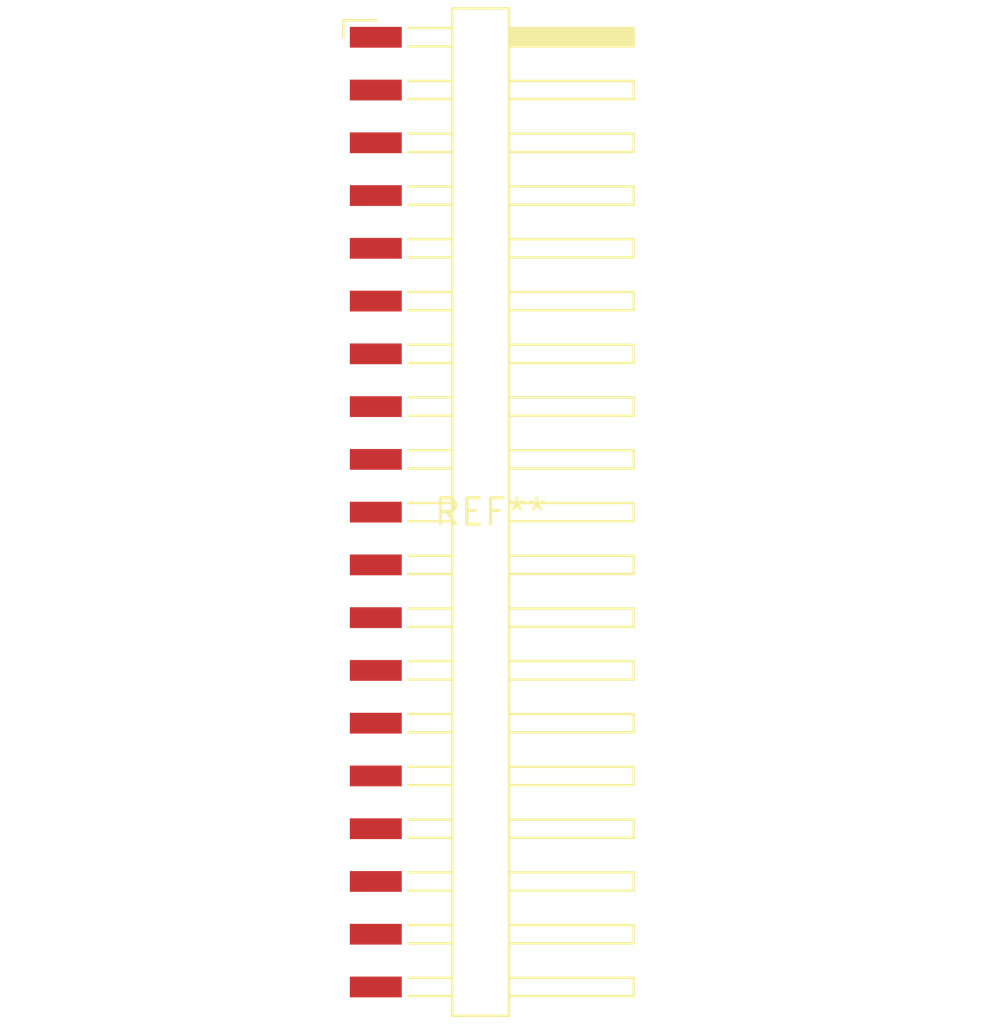
<source format=kicad_pcb>
(kicad_pcb (version 20240108) (generator pcbnew)
  (layers (0 "F.Cu" signal) (31 "B.Cu" signal) (34 "B.Paste" user) (35 "F.Paste" user) (36 "B.SilkS" user "B.Silkscreen") (37 "F.SilkS" user "F.Silkscreen") (38 "B.Mask" user) (39 "F.Mask" user) (44 "Edge.Cuts" user))
  (net 0 "")
  (footprint "Harwin_M20-89019xx_1x19_P2.54mm_Horizontal" (layer "F.Cu") (at 0 0)
    (property "Reference" "REF**")
    (property "Value" "Harwin_M20-89019xx_1x19_P2.54mm_Horizontal")
    (fp_line (start -7.095 -23.68) (end -5.525 -23.68) (layer "F.SilkS") (stroke (width 0.12)))
    (fp_line (start -7.095 -22.86) (end -7.095 -23.68) (layer "F.SilkS") (stroke (width 0.12)))
    (fp_line (start -3.955 -23.3) (end -1.845 -23.3) (layer "F.SilkS") (stroke (width 0.12)))
    (fp_line (start -3.955 -22.42) (end -1.845 -22.42) (layer "F.SilkS") (stroke (width 0.12)))
    (fp_line (start -3.955 -20.76) (end -1.845 -20.76) (layer "F.SilkS") (stroke (width 0.12)))
    (fp_line (start -3.955 -19.88) (end -1.845 -19.88) (layer "F.SilkS") (stroke (width 0.12)))
    (fp_line (start -3.955 -18.22) (end -1.845 -18.22) (layer "F.SilkS") (stroke (width 0.12)))
    (fp_line (start -3.955 -17.34) (end -1.845 -17.34) (layer "F.SilkS") (stroke (width 0.12)))
    (fp_line (start -3.955 -15.68) (end -1.845 -15.68) (layer "F.SilkS") (stroke (width 0.12)))
    (fp_line (start -3.955 -14.8) (end -1.845 -14.8) (layer "F.SilkS") (stroke (width 0.12)))
    (fp_line (start -3.955 -13.14) (end -1.845 -13.14) (layer "F.SilkS") (stroke (width 0.12)))
    (fp_line (start -3.955 -12.26) (end -1.845 -12.26) (layer "F.SilkS") (stroke (width 0.12)))
    (fp_line (start -3.955 -10.6) (end -1.845 -10.6) (layer "F.SilkS") (stroke (width 0.12)))
    (fp_line (start -3.955 -9.72) (end -1.845 -9.72) (layer "F.SilkS") (stroke (width 0.12)))
    (fp_line (start -3.955 -8.06) (end -1.845 -8.06) (layer "F.SilkS") (stroke (width 0.12)))
    (fp_line (start -3.955 -7.18) (end -1.845 -7.18) (layer "F.SilkS") (stroke (width 0.12)))
    (fp_line (start -3.955 -5.52) (end -1.845 -5.52) (layer "F.SilkS") (stroke (width 0.12)))
    (fp_line (start -3.955 -4.64) (end -1.845 -4.64) (layer "F.SilkS") (stroke (width 0.12)))
    (fp_line (start -3.955 -2.98) (end -1.845 -2.98) (layer "F.SilkS") (stroke (width 0.12)))
    (fp_line (start -3.955 -2.1) (end -1.845 -2.1) (layer "F.SilkS") (stroke (width 0.12)))
    (fp_line (start -3.955 -0.44) (end -1.845 -0.44) (layer "F.SilkS") (stroke (width 0.12)))
    (fp_line (start -3.955 0.44) (end -1.845 0.44) (layer "F.SilkS") (stroke (width 0.12)))
    (fp_line (start -3.955 2.1) (end -1.845 2.1) (layer "F.SilkS") (stroke (width 0.12)))
    (fp_line (start -3.955 2.98) (end -1.845 2.98) (layer "F.SilkS") (stroke (width 0.12)))
    (fp_line (start -3.955 4.64) (end -1.845 4.64) (layer "F.SilkS") (stroke (width 0.12)))
    (fp_line (start -3.955 5.52) (end -1.845 5.52) (layer "F.SilkS") (stroke (width 0.12)))
    (fp_line (start -3.955 7.18) (end -1.845 7.18) (layer "F.SilkS") (stroke (width 0.12)))
    (fp_line (start -3.955 8.06) (end -1.845 8.06) (layer "F.SilkS") (stroke (width 0.12)))
    (fp_line (start -3.955 9.72) (end -1.845 9.72) (layer "F.SilkS") (stroke (width 0.12)))
    (fp_line (start -3.955 10.6) (end -1.845 10.6) (layer "F.SilkS") (stroke (width 0.12)))
    (fp_line (start -3.955 12.26) (end -1.845 12.26) (layer "F.SilkS") (stroke (width 0.12)))
    (fp_line (start -3.955 13.14) (end -1.845 13.14) (layer "F.SilkS") (stroke (width 0.12)))
    (fp_line (start -3.955 14.8) (end -1.845 14.8) (layer "F.SilkS") (stroke (width 0.12)))
    (fp_line (start -3.955 15.68) (end -1.845 15.68) (layer "F.SilkS") (stroke (width 0.12)))
    (fp_line (start -3.955 17.34) (end -1.845 17.34) (layer "F.SilkS") (stroke (width 0.12)))
    (fp_line (start -3.955 18.22) (end -1.845 18.22) (layer "F.SilkS") (stroke (width 0.12)))
    (fp_line (start -3.955 19.88) (end -1.845 19.88) (layer "F.SilkS") (stroke (width 0.12)))
    (fp_line (start -3.955 20.76) (end -1.845 20.76) (layer "F.SilkS") (stroke (width 0.12)))
    (fp_line (start -3.955 22.42) (end -1.845 22.42) (layer "F.SilkS") (stroke (width 0.12)))
    (fp_line (start -3.955 23.3) (end -1.845 23.3) (layer "F.SilkS") (stroke (width 0.12)))
    (fp_line (start -1.845 -24.25) (end 0.895 -24.25) (layer "F.SilkS") (stroke (width 0.12)))
    (fp_line (start -1.845 24.25) (end -1.845 -24.25) (layer "F.SilkS") (stroke (width 0.12)))
    (fp_line (start 0.895 -24.25) (end 0.895 24.25) (layer "F.SilkS") (stroke (width 0.12)))
    (fp_line (start 0.895 -23.3) (end 6.895 -23.3) (layer "F.SilkS") (stroke (width 0.12)))
    (fp_line (start 0.895 -20.76) (end 6.895 -20.76) (layer "F.SilkS") (stroke (width 0.12)))
    (fp_line (start 0.895 -18.22) (end 6.895 -18.22) (layer "F.SilkS") (stroke (width 0.12)))
    (fp_line (start 0.895 -15.68) (end 6.895 -15.68) (layer "F.SilkS") (stroke (width 0.12)))
    (fp_line (start 0.895 -13.14) (end 6.895 -13.14) (layer "F.SilkS") (stroke (width 0.12)))
    (fp_line (start 0.895 -10.6) (end 6.895 -10.6) (layer "F.SilkS") (stroke (width 0.12)))
    (fp_line (start 0.895 -8.06) (end 6.895 -8.06) (layer "F.SilkS") (stroke (width 0.12)))
    (fp_line (start 0.895 -5.52) (end 6.895 -5.52) (layer "F.SilkS") (stroke (width 0.12)))
    (fp_line (start 0.895 -2.98) (end 6.895 -2.98) (layer "F.SilkS") (stroke (width 0.12)))
    (fp_line (start 0.895 -0.44) (end 6.895 -0.44) (layer "F.SilkS") (stroke (width 0.12)))
    (fp_line (start 0.895 2.1) (end 6.895 2.1) (layer "F.SilkS") (stroke (width 0.12)))
    (fp_line (start 0.895 4.64) (end 6.895 4.64) (layer "F.SilkS") (stroke (width 0.12)))
    (fp_line (start 0.895 7.18) (end 6.895 7.18) (layer "F.SilkS") (stroke (width 0.12)))
    (fp_line (start 0.895 9.72) (end 6.895 9.72) (layer "F.SilkS") (stroke (width 0.12)))
    (fp_line (start 0.895 12.26) (end 6.895 12.26) (layer "F.SilkS") (stroke (width 0.12)))
    (fp_line (start 0.895 14.8) (end 6.895 14.8) (layer "F.SilkS") (stroke (width 0.12)))
    (fp_line (start 0.895 17.34) (end 6.895 17.34) (layer "F.SilkS") (stroke (width 0.12)))
    (fp_line (start 0.895 19.88) (end 6.895 19.88) (layer "F.SilkS") (stroke (width 0.12)))
    (fp_line (start 0.895 22.42) (end 6.895 22.42) (layer "F.SilkS") (stroke (width 0.12)))
    (fp_line (start 0.895 24.25) (end -1.845 24.25) (layer "F.SilkS") (stroke (width 0.12)))
    (fp_line (start 6.895 -23.3) (end 6.895 -22.42) (layer "F.SilkS") (stroke (width 0.12)))
    (fp_line (start 6.895 -22.42) (end 0.895 -22.42) (layer "F.SilkS") (stroke (width 0.12)))
    (fp_line (start 6.895 -20.76) (end 6.895 -19.88) (layer "F.SilkS") (stroke (width 0.12)))
    (fp_line (start 6.895 -19.88) (end 0.895 -19.88) (layer "F.SilkS") (stroke (width 0.12)))
    (fp_line (start 6.895 -18.22) (end 6.895 -17.34) (layer "F.SilkS") (stroke (width 0.12)))
    (fp_line (start 6.895 -17.34) (end 0.895 -17.34) (layer "F.SilkS") (stroke (width 0.12)))
    (fp_line (start 6.895 -15.68) (end 6.895 -14.8) (layer "F.SilkS") (stroke (width 0.12)))
    (fp_line (start 6.895 -14.8) (end 0.895 -14.8) (layer "F.SilkS") (stroke (width 0.12)))
    (fp_line (start 6.895 -13.14) (end 6.895 -12.26) (layer "F.SilkS") (stroke (width 0.12)))
    (fp_line (start 6.895 -12.26) (end 0.895 -12.26) (layer "F.SilkS") (stroke (width 0.12)))
    (fp_line (start 6.895 -10.6) (end 6.895 -9.72) (layer "F.SilkS") (stroke (width 0.12)))
    (fp_line (start 6.895 -9.72) (end 0.895 -9.72) (layer "F.SilkS") (stroke (width 0.12)))
    (fp_line (start 6.895 -8.06) (end 6.895 -7.18) (layer "F.SilkS") (stroke (width 0.12)))
    (fp_line (start 6.895 -7.18) (end 0.895 -7.18) (layer "F.SilkS") (stroke (width 0.12)))
    (fp_line (start 6.895 -5.52) (end 6.895 -4.64) (layer "F.SilkS") (stroke (width 0.12)))
    (fp_line (start 6.895 -4.64) (end 0.895 -4.64) (layer "F.SilkS") (stroke (width 0.12)))
    (fp_line (start 6.895 -2.98) (end 6.895 -2.1) (layer "F.SilkS") (stroke (width 0.12)))
    (fp_line (start 6.895 -2.1) (end 0.895 -2.1) (layer "F.SilkS") (stroke (width 0.12)))
    (fp_line (start 6.895 -0.44) (end 6.895 0.44) (layer "F.SilkS") (stroke (width 0.12)))
    (fp_line (start 6.895 0.44) (end 0.895 0.44) (layer "F.SilkS") (stroke (width 0.12)))
    (fp_line (start 6.895 2.1) (end 6.895 2.98) (layer "F.SilkS") (stroke (width 0.12)))
    (fp_line (start 6.895 2.98) (end 0.895 2.98) (layer "F.SilkS") (stroke (width 0.12)))
    (fp_line (start 6.895 4.64) (end 6.895 5.52) (layer "F.SilkS") (stroke (width 0.12)))
    (fp_line (start 6.895 5.52) (end 0.895 5.52) (layer "F.SilkS") (stroke (width 0.12)))
    (fp_line (start 6.895 7.18) (end 6.895 8.06) (layer "F.SilkS") (stroke (width 0.12)))
    (fp_line (start 6.895 8.06) (end 0.895 8.06) (layer "F.SilkS") (stroke (width 0.12)))
    (fp_line (start 6.895 9.72) (end 6.895 10.6) (layer "F.SilkS") (stroke (width 0.12)))
    (fp_line (start 6.895 10.6) (end 0.895 10.6) (layer "F.SilkS") (stroke (width 0.12)))
    (fp_line (start 6.895 12.26) (end 6.895 13.14) (layer "F.SilkS") (stroke (width 0.12)))
    (fp_line (start 6.895 13.14) (end 0.895 13.14) (layer "F.SilkS") (stroke (width 0.12)))
    (fp_line (start 6.895 14.8) (end 6.895 15.68) (layer "F.SilkS") (stroke (width 0.12)))
    (fp_line (start 6.895 15.68) (end 0.895 15.68) (layer "F.SilkS") (stroke (width 0.12)))
    (fp_line (start 6.895 17.34) (end 6.895 18.22) (layer "F.SilkS") (stroke (width 0.12)))
    (fp_line (start 6.895 18.22) (end 0.895 18.22) (layer "F.SilkS") (stroke (width 0.12)))
    (fp_line (start 6.895 19.88) (end 6.895 20.76) (layer "F.SilkS") (stroke (width 0.12)))
    (fp_line (start 6.895 20.76) (end 0.895 20.76) (layer "F.SilkS") (stroke (width 0.12)))
    (fp_line (start 6.895 22.42) (end 6.895 23.3) (layer "F.SilkS") (stroke (width 0.12)))
    (fp_line (start 6.895 23.3) (end 0.895 23.3) (layer "F.SilkS") (stroke (width 0.12)))
    (pad "" smd rect (at 3.895 -22.86) (size 6 0.76) (layers "F.SilkS"))
    (pad "1" smd rect (at -5.525 -22.86) (size 2.5 1) (layers "F.Cu" "F.Paste" "F.Mask"))
    (pad "2" smd rect (at -5.525 -20.32) (size 2.5 1) (layers "F.Cu" "F.Paste" "F.Mask"))
    (pad "3" smd rect (at -5.525 -17.78) (size 2.5 1) (layers "F.Cu" "F.Paste" "F.Mask"))
    (pad "4" smd rect (at -5.525 -15.24) (size 2.5 1) (layers "F.Cu" "F.Paste" "F.Mask"))
    (pad "5" smd rect (at -5.525 -12.7) (size 2.5 1) (layers "F.Cu" "F.Paste" "F.Mask"))
    (pad "6" smd rect (at -5.525 -10.16) (size 2.5 1) (layers "F.Cu" "F.Paste" "F.Mask"))
    (pad "7" smd rect (at -5.525 -7.62) (size 2.5 1) (layers "F.Cu" "F.Paste" "F.Mask"))
    (pad "8" smd rect (at -5.525 -5.08) (size 2.5 1) (layers "F.Cu" "F.Paste" "F.Mask"))
    (pad "9" smd rect (at -5.525 -2.54) (size 2.5 1) (layers "F.Cu" "F.Paste" "F.Mask"))
    (pad "10" smd rect (at -5.525 0) (size 2.5 1) (layers "F.Cu" "F.Paste" "F.Mask"))
    (pad "11" smd rect (at -5.525 2.54) (size 2.5 1) (layers "F.Cu" "F.Paste" "F.Mask"))
    (pad "12" smd rect (at -5.525 5.08) (size 2.5 1) (layers "F.Cu" "F.Paste" "F.Mask"))
    (pad "13" smd rect (at -5.525 7.62) (size 2.5 1) (layers "F.Cu" "F.Paste" "F.Mask"))
    (pad "14" smd rect (at -5.525 10.16) (size 2.5 1) (layers "F.Cu" "F.Paste" "F.Mask"))
    (pad "15" smd rect (at -5.525 12.7) (size 2.5 1) (layers "F.Cu" "F.Paste" "F.Mask"))
    (pad "16" smd rect (at -5.525 15.24) (size 2.5 1) (layers "F.Cu" "F.Paste" "F.Mask"))
    (pad "17" smd rect (at -5.525 17.78) (size 2.5 1) (layers "F.Cu" "F.Paste" "F.Mask"))
    (pad "18" smd rect (at -5.525 20.32) (size 2.5 1) (layers "F.Cu" "F.Paste" "F.Mask"))
    (pad "19" smd rect (at -5.525 22.86) (size 2.5 1) (layers "F.Cu" "F.Paste" "F.Mask"))
  )
)
</source>
